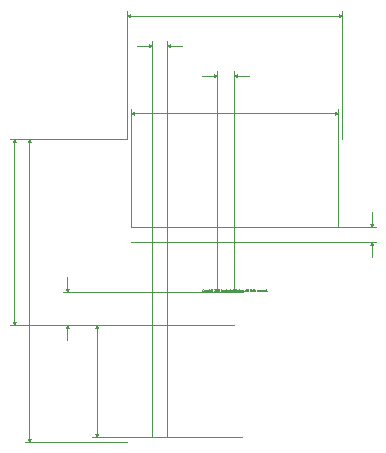
<source format=gbr>
%TF.GenerationSoftware,KiCad,Pcbnew,(6.0.9)*%
%TF.CreationDate,2023-01-23T17:19:02-06:00*%
%TF.ProjectId,pulse_ox_wearable,70756c73-655f-46f7-985f-776561726162,1*%
%TF.SameCoordinates,Original*%
%TF.FileFunction,Other,Comment*%
%FSLAX46Y46*%
G04 Gerber Fmt 4.6, Leading zero omitted, Abs format (unit mm)*
G04 Created by KiCad (PCBNEW (6.0.9)) date 2023-01-23 17:19:02*
%MOMM*%
%LPD*%
G01*
G04 APERTURE LIST*
%ADD10C,0.002000*%
%ADD11C,0.100000*%
G04 APERTURE END LIST*
D10*
%TO.C,U1*%
X93265567Y-39755764D02*
X93259520Y-39761811D01*
X93241377Y-39767859D01*
X93229281Y-39767859D01*
X93211139Y-39761811D01*
X93199043Y-39749716D01*
X93192996Y-39737621D01*
X93186948Y-39713430D01*
X93186948Y-39695287D01*
X93192996Y-39671097D01*
X93199043Y-39659002D01*
X93211139Y-39646907D01*
X93229281Y-39640859D01*
X93241377Y-39640859D01*
X93259520Y-39646907D01*
X93265567Y-39652954D01*
X93338139Y-39767859D02*
X93326043Y-39761811D01*
X93319996Y-39755764D01*
X93313948Y-39743668D01*
X93313948Y-39707383D01*
X93319996Y-39695287D01*
X93326043Y-39689240D01*
X93338139Y-39683192D01*
X93356281Y-39683192D01*
X93368377Y-39689240D01*
X93374424Y-39695287D01*
X93380472Y-39707383D01*
X93380472Y-39743668D01*
X93374424Y-39755764D01*
X93368377Y-39761811D01*
X93356281Y-39767859D01*
X93338139Y-39767859D01*
X93434901Y-39683192D02*
X93434901Y-39810192D01*
X93434901Y-39689240D02*
X93446996Y-39683192D01*
X93471186Y-39683192D01*
X93483281Y-39689240D01*
X93489329Y-39695287D01*
X93495377Y-39707383D01*
X93495377Y-39743668D01*
X93489329Y-39755764D01*
X93483281Y-39761811D01*
X93471186Y-39767859D01*
X93446996Y-39767859D01*
X93434901Y-39761811D01*
X93537710Y-39683192D02*
X93567948Y-39767859D01*
X93598186Y-39683192D02*
X93567948Y-39767859D01*
X93555853Y-39798097D01*
X93549805Y-39804145D01*
X93537710Y-39810192D01*
X93646567Y-39767859D02*
X93646567Y-39683192D01*
X93646567Y-39707383D02*
X93652615Y-39695287D01*
X93658662Y-39689240D01*
X93670758Y-39683192D01*
X93682853Y-39683192D01*
X93725186Y-39767859D02*
X93725186Y-39683192D01*
X93725186Y-39640859D02*
X93719139Y-39646907D01*
X93725186Y-39652954D01*
X93731234Y-39646907D01*
X93725186Y-39640859D01*
X93725186Y-39652954D01*
X93840091Y-39683192D02*
X93840091Y-39786002D01*
X93834043Y-39798097D01*
X93827996Y-39804145D01*
X93815901Y-39810192D01*
X93797758Y-39810192D01*
X93785662Y-39804145D01*
X93840091Y-39761811D02*
X93827996Y-39767859D01*
X93803805Y-39767859D01*
X93791710Y-39761811D01*
X93785662Y-39755764D01*
X93779615Y-39743668D01*
X93779615Y-39707383D01*
X93785662Y-39695287D01*
X93791710Y-39689240D01*
X93803805Y-39683192D01*
X93827996Y-39683192D01*
X93840091Y-39689240D01*
X93900567Y-39767859D02*
X93900567Y-39640859D01*
X93954996Y-39767859D02*
X93954996Y-39701335D01*
X93948948Y-39689240D01*
X93936853Y-39683192D01*
X93918710Y-39683192D01*
X93906615Y-39689240D01*
X93900567Y-39695287D01*
X93997329Y-39683192D02*
X94045710Y-39683192D01*
X94015472Y-39640859D02*
X94015472Y-39749716D01*
X94021520Y-39761811D01*
X94033615Y-39767859D01*
X94045710Y-39767859D01*
X94178758Y-39652954D02*
X94184805Y-39646907D01*
X94196901Y-39640859D01*
X94227139Y-39640859D01*
X94239234Y-39646907D01*
X94245281Y-39652954D01*
X94251329Y-39665049D01*
X94251329Y-39677145D01*
X94245281Y-39695287D01*
X94172710Y-39767859D01*
X94251329Y-39767859D01*
X94329948Y-39640859D02*
X94342043Y-39640859D01*
X94354139Y-39646907D01*
X94360186Y-39652954D01*
X94366234Y-39665049D01*
X94372281Y-39689240D01*
X94372281Y-39719478D01*
X94366234Y-39743668D01*
X94360186Y-39755764D01*
X94354139Y-39761811D01*
X94342043Y-39767859D01*
X94329948Y-39767859D01*
X94317853Y-39761811D01*
X94311805Y-39755764D01*
X94305758Y-39743668D01*
X94299710Y-39719478D01*
X94299710Y-39689240D01*
X94305758Y-39665049D01*
X94311805Y-39652954D01*
X94317853Y-39646907D01*
X94329948Y-39640859D01*
X94420662Y-39652954D02*
X94426710Y-39646907D01*
X94438805Y-39640859D01*
X94469043Y-39640859D01*
X94481139Y-39646907D01*
X94487186Y-39652954D01*
X94493234Y-39665049D01*
X94493234Y-39677145D01*
X94487186Y-39695287D01*
X94414615Y-39767859D01*
X94493234Y-39767859D01*
X94614186Y-39767859D02*
X94541615Y-39767859D01*
X94577901Y-39767859D02*
X94577901Y-39640859D01*
X94565805Y-39659002D01*
X94553710Y-39671097D01*
X94541615Y-39677145D01*
X94759329Y-39731573D02*
X94819805Y-39731573D01*
X94747234Y-39767859D02*
X94789567Y-39640859D01*
X94831901Y-39767859D01*
X94928662Y-39761811D02*
X94916567Y-39767859D01*
X94892377Y-39767859D01*
X94880281Y-39761811D01*
X94874234Y-39755764D01*
X94868186Y-39743668D01*
X94868186Y-39707383D01*
X94874234Y-39695287D01*
X94880281Y-39689240D01*
X94892377Y-39683192D01*
X94916567Y-39683192D01*
X94928662Y-39689240D01*
X95037520Y-39761811D02*
X95025424Y-39767859D01*
X95001234Y-39767859D01*
X94989139Y-39761811D01*
X94983091Y-39755764D01*
X94977043Y-39743668D01*
X94977043Y-39707383D01*
X94983091Y-39695287D01*
X94989139Y-39689240D01*
X95001234Y-39683192D01*
X95025424Y-39683192D01*
X95037520Y-39689240D01*
X95140329Y-39761811D02*
X95128234Y-39767859D01*
X95104043Y-39767859D01*
X95091948Y-39761811D01*
X95085901Y-39749716D01*
X95085901Y-39701335D01*
X95091948Y-39689240D01*
X95104043Y-39683192D01*
X95128234Y-39683192D01*
X95140329Y-39689240D01*
X95146377Y-39701335D01*
X95146377Y-39713430D01*
X95085901Y-39725526D01*
X95218948Y-39767859D02*
X95206853Y-39761811D01*
X95200805Y-39749716D01*
X95200805Y-39640859D01*
X95315710Y-39761811D02*
X95303615Y-39767859D01*
X95279424Y-39767859D01*
X95267329Y-39761811D01*
X95261281Y-39749716D01*
X95261281Y-39701335D01*
X95267329Y-39689240D01*
X95279424Y-39683192D01*
X95303615Y-39683192D01*
X95315710Y-39689240D01*
X95321758Y-39701335D01*
X95321758Y-39713430D01*
X95261281Y-39725526D01*
X95376186Y-39767859D02*
X95376186Y-39683192D01*
X95376186Y-39707383D02*
X95382234Y-39695287D01*
X95388281Y-39689240D01*
X95400377Y-39683192D01*
X95412472Y-39683192D01*
X95509234Y-39767859D02*
X95509234Y-39701335D01*
X95503186Y-39689240D01*
X95491091Y-39683192D01*
X95466901Y-39683192D01*
X95454805Y-39689240D01*
X95509234Y-39761811D02*
X95497139Y-39767859D01*
X95466901Y-39767859D01*
X95454805Y-39761811D01*
X95448758Y-39749716D01*
X95448758Y-39737621D01*
X95454805Y-39725526D01*
X95466901Y-39719478D01*
X95497139Y-39719478D01*
X95509234Y-39713430D01*
X95551567Y-39683192D02*
X95599948Y-39683192D01*
X95569710Y-39640859D02*
X95569710Y-39749716D01*
X95575758Y-39761811D01*
X95587853Y-39767859D01*
X95599948Y-39767859D01*
X95690662Y-39761811D02*
X95678567Y-39767859D01*
X95654377Y-39767859D01*
X95642281Y-39761811D01*
X95636234Y-39749716D01*
X95636234Y-39701335D01*
X95642281Y-39689240D01*
X95654377Y-39683192D01*
X95678567Y-39683192D01*
X95690662Y-39689240D01*
X95696710Y-39701335D01*
X95696710Y-39713430D01*
X95636234Y-39725526D01*
X95805567Y-39767859D02*
X95805567Y-39640859D01*
X95805567Y-39761811D02*
X95793472Y-39767859D01*
X95769281Y-39767859D01*
X95757186Y-39761811D01*
X95751139Y-39755764D01*
X95745091Y-39743668D01*
X95745091Y-39707383D01*
X95751139Y-39695287D01*
X95757186Y-39689240D01*
X95769281Y-39683192D01*
X95793472Y-39683192D01*
X95805567Y-39689240D01*
X95962805Y-39767859D02*
X95962805Y-39640859D01*
X95993043Y-39640859D01*
X96011186Y-39646907D01*
X96023281Y-39659002D01*
X96029329Y-39671097D01*
X96035377Y-39695287D01*
X96035377Y-39713430D01*
X96029329Y-39737621D01*
X96023281Y-39749716D01*
X96011186Y-39761811D01*
X95993043Y-39767859D01*
X95962805Y-39767859D01*
X96138186Y-39761811D02*
X96126091Y-39767859D01*
X96101901Y-39767859D01*
X96089805Y-39761811D01*
X96083758Y-39749716D01*
X96083758Y-39701335D01*
X96089805Y-39689240D01*
X96101901Y-39683192D01*
X96126091Y-39683192D01*
X96138186Y-39689240D01*
X96144234Y-39701335D01*
X96144234Y-39713430D01*
X96083758Y-39725526D01*
X96192615Y-39761811D02*
X96204710Y-39767859D01*
X96228901Y-39767859D01*
X96240996Y-39761811D01*
X96247043Y-39749716D01*
X96247043Y-39743668D01*
X96240996Y-39731573D01*
X96228901Y-39725526D01*
X96210758Y-39725526D01*
X96198662Y-39719478D01*
X96192615Y-39707383D01*
X96192615Y-39701335D01*
X96198662Y-39689240D01*
X96210758Y-39683192D01*
X96228901Y-39683192D01*
X96240996Y-39689240D01*
X96301472Y-39767859D02*
X96301472Y-39683192D01*
X96301472Y-39640859D02*
X96295424Y-39646907D01*
X96301472Y-39652954D01*
X96307520Y-39646907D01*
X96301472Y-39640859D01*
X96301472Y-39652954D01*
X96416377Y-39683192D02*
X96416377Y-39786002D01*
X96410329Y-39798097D01*
X96404281Y-39804145D01*
X96392186Y-39810192D01*
X96374043Y-39810192D01*
X96361948Y-39804145D01*
X96416377Y-39761811D02*
X96404281Y-39767859D01*
X96380091Y-39767859D01*
X96367996Y-39761811D01*
X96361948Y-39755764D01*
X96355901Y-39743668D01*
X96355901Y-39707383D01*
X96361948Y-39695287D01*
X96367996Y-39689240D01*
X96380091Y-39683192D01*
X96404281Y-39683192D01*
X96416377Y-39689240D01*
X96476853Y-39683192D02*
X96476853Y-39767859D01*
X96476853Y-39695287D02*
X96482901Y-39689240D01*
X96494996Y-39683192D01*
X96513139Y-39683192D01*
X96525234Y-39689240D01*
X96531281Y-39701335D01*
X96531281Y-39767859D01*
X96585710Y-39761811D02*
X96597805Y-39767859D01*
X96621996Y-39767859D01*
X96634091Y-39761811D01*
X96640139Y-39749716D01*
X96640139Y-39743668D01*
X96634091Y-39731573D01*
X96621996Y-39725526D01*
X96603853Y-39725526D01*
X96591758Y-39719478D01*
X96585710Y-39707383D01*
X96585710Y-39701335D01*
X96591758Y-39689240D01*
X96603853Y-39683192D01*
X96621996Y-39683192D01*
X96634091Y-39689240D01*
X96694567Y-39755764D02*
X96700615Y-39761811D01*
X96694567Y-39767859D01*
X96688520Y-39761811D01*
X96694567Y-39755764D01*
X96694567Y-39767859D01*
X96845758Y-39731573D02*
X96906234Y-39731573D01*
X96833662Y-39767859D02*
X96875996Y-39640859D01*
X96918329Y-39767859D01*
X96978805Y-39767859D02*
X96966710Y-39761811D01*
X96960662Y-39749716D01*
X96960662Y-39640859D01*
X97045329Y-39767859D02*
X97033234Y-39761811D01*
X97027186Y-39749716D01*
X97027186Y-39640859D01*
X97190472Y-39767859D02*
X97190472Y-39683192D01*
X97190472Y-39707383D02*
X97196520Y-39695287D01*
X97202567Y-39689240D01*
X97214662Y-39683192D01*
X97226758Y-39683192D01*
X97269091Y-39767859D02*
X97269091Y-39683192D01*
X97269091Y-39640859D02*
X97263043Y-39646907D01*
X97269091Y-39652954D01*
X97275139Y-39646907D01*
X97269091Y-39640859D01*
X97269091Y-39652954D01*
X97383996Y-39683192D02*
X97383996Y-39786002D01*
X97377948Y-39798097D01*
X97371901Y-39804145D01*
X97359805Y-39810192D01*
X97341662Y-39810192D01*
X97329567Y-39804145D01*
X97383996Y-39761811D02*
X97371901Y-39767859D01*
X97347710Y-39767859D01*
X97335615Y-39761811D01*
X97329567Y-39755764D01*
X97323520Y-39743668D01*
X97323520Y-39707383D01*
X97329567Y-39695287D01*
X97335615Y-39689240D01*
X97347710Y-39683192D01*
X97371901Y-39683192D01*
X97383996Y-39689240D01*
X97444472Y-39767859D02*
X97444472Y-39640859D01*
X97498901Y-39767859D02*
X97498901Y-39701335D01*
X97492853Y-39689240D01*
X97480758Y-39683192D01*
X97462615Y-39683192D01*
X97450520Y-39689240D01*
X97444472Y-39695287D01*
X97541234Y-39683192D02*
X97589615Y-39683192D01*
X97559377Y-39640859D02*
X97559377Y-39749716D01*
X97565424Y-39761811D01*
X97577520Y-39767859D01*
X97589615Y-39767859D01*
X97625901Y-39761811D02*
X97637996Y-39767859D01*
X97662186Y-39767859D01*
X97674281Y-39761811D01*
X97680329Y-39749716D01*
X97680329Y-39743668D01*
X97674281Y-39731573D01*
X97662186Y-39725526D01*
X97644043Y-39725526D01*
X97631948Y-39719478D01*
X97625901Y-39707383D01*
X97625901Y-39701335D01*
X97631948Y-39689240D01*
X97644043Y-39683192D01*
X97662186Y-39683192D01*
X97674281Y-39689240D01*
X97831520Y-39767859D02*
X97831520Y-39683192D01*
X97831520Y-39707383D02*
X97837567Y-39695287D01*
X97843615Y-39689240D01*
X97855710Y-39683192D01*
X97867805Y-39683192D01*
X97958520Y-39761811D02*
X97946424Y-39767859D01*
X97922234Y-39767859D01*
X97910139Y-39761811D01*
X97904091Y-39749716D01*
X97904091Y-39701335D01*
X97910139Y-39689240D01*
X97922234Y-39683192D01*
X97946424Y-39683192D01*
X97958520Y-39689240D01*
X97964567Y-39701335D01*
X97964567Y-39713430D01*
X97904091Y-39725526D01*
X98012948Y-39761811D02*
X98025043Y-39767859D01*
X98049234Y-39767859D01*
X98061329Y-39761811D01*
X98067377Y-39749716D01*
X98067377Y-39743668D01*
X98061329Y-39731573D01*
X98049234Y-39725526D01*
X98031091Y-39725526D01*
X98018996Y-39719478D01*
X98012948Y-39707383D01*
X98012948Y-39701335D01*
X98018996Y-39689240D01*
X98031091Y-39683192D01*
X98049234Y-39683192D01*
X98061329Y-39689240D01*
X98170186Y-39761811D02*
X98158091Y-39767859D01*
X98133901Y-39767859D01*
X98121805Y-39761811D01*
X98115758Y-39749716D01*
X98115758Y-39701335D01*
X98121805Y-39689240D01*
X98133901Y-39683192D01*
X98158091Y-39683192D01*
X98170186Y-39689240D01*
X98176234Y-39701335D01*
X98176234Y-39713430D01*
X98115758Y-39725526D01*
X98230662Y-39767859D02*
X98230662Y-39683192D01*
X98230662Y-39707383D02*
X98236710Y-39695287D01*
X98242758Y-39689240D01*
X98254853Y-39683192D01*
X98266948Y-39683192D01*
X98297186Y-39683192D02*
X98327424Y-39767859D01*
X98357662Y-39683192D01*
X98454424Y-39761811D02*
X98442329Y-39767859D01*
X98418139Y-39767859D01*
X98406043Y-39761811D01*
X98399996Y-39749716D01*
X98399996Y-39701335D01*
X98406043Y-39689240D01*
X98418139Y-39683192D01*
X98442329Y-39683192D01*
X98454424Y-39689240D01*
X98460472Y-39701335D01*
X98460472Y-39713430D01*
X98399996Y-39725526D01*
X98569329Y-39767859D02*
X98569329Y-39640859D01*
X98569329Y-39761811D02*
X98557234Y-39767859D01*
X98533043Y-39767859D01*
X98520948Y-39761811D01*
X98514901Y-39755764D01*
X98508853Y-39743668D01*
X98508853Y-39707383D01*
X98514901Y-39695287D01*
X98520948Y-39689240D01*
X98533043Y-39683192D01*
X98557234Y-39683192D01*
X98569329Y-39689240D01*
X98629805Y-39755764D02*
X98635853Y-39761811D01*
X98629805Y-39767859D01*
X98623758Y-39761811D01*
X98629805Y-39755764D01*
X98629805Y-39767859D01*
D11*
X87084901Y-16342407D02*
X87084901Y-16596407D01*
X86830901Y-26883407D02*
X76887100Y-26883407D01*
X77141100Y-42374359D02*
X77395100Y-42374359D01*
X77141100Y-27137407D02*
X77395100Y-27137407D01*
X86830901Y-52537407D02*
X78157100Y-52537407D01*
X87161401Y-34373359D02*
X107912901Y-34373359D01*
X104991901Y-16469407D02*
X104737901Y-16342407D01*
X107531901Y-35643359D02*
X107658901Y-35897359D01*
X104991901Y-26883407D02*
X104991901Y-16088407D01*
X95911401Y-42628359D02*
X83872101Y-42628359D01*
X94157401Y-21422407D02*
X94157401Y-21676407D01*
X77268100Y-42628359D02*
X77141100Y-42374359D01*
X78538100Y-52537407D02*
X78665100Y-52283407D01*
X94411401Y-21549407D02*
X94157401Y-21422407D01*
X84126101Y-51879293D02*
X84380101Y-51879293D01*
X84253101Y-42628359D02*
X84253101Y-52133293D01*
X90196401Y-19009407D02*
X90450401Y-18882407D01*
X87161401Y-24724407D02*
X87415401Y-24851407D01*
X78538100Y-26883407D02*
X78411100Y-27137407D01*
X96661401Y-39877285D02*
X81369901Y-39877285D01*
X107404901Y-34119359D02*
X107658901Y-34119359D01*
X90196401Y-52133293D02*
X90196401Y-18628407D01*
X81750901Y-39877285D02*
X81877901Y-39623285D01*
X107531901Y-35643359D02*
X107404901Y-35897359D01*
X77268100Y-42628359D02*
X77395100Y-42374359D01*
X90196401Y-19009407D02*
X91466401Y-19009407D01*
X86830901Y-16469407D02*
X87084901Y-16596407D01*
X81623901Y-42882359D02*
X81877901Y-42882359D01*
X84253101Y-52133293D02*
X84126101Y-51879293D01*
X78411100Y-27137407D02*
X78665100Y-27137407D01*
X84253101Y-42628359D02*
X84126101Y-42882359D01*
X104661401Y-24724407D02*
X104407401Y-24597407D01*
X87161401Y-35643359D02*
X107912901Y-35643359D01*
X84253101Y-52133293D02*
X84380101Y-51879293D01*
X78411100Y-52283407D02*
X78665100Y-52283407D01*
X81750901Y-42628359D02*
X81877901Y-42882359D01*
X94411401Y-39877285D02*
X94411401Y-21168407D01*
X96546401Y-52133293D02*
X83872101Y-52133293D01*
X78538100Y-26883407D02*
X78665100Y-27137407D01*
X77268100Y-26883407D02*
X77141100Y-27137407D01*
X86830901Y-26883407D02*
X86830901Y-16088407D01*
X95911401Y-21549407D02*
X96165401Y-21422407D01*
X84253101Y-42628359D02*
X84380101Y-42882359D01*
X107404901Y-35897359D02*
X107658901Y-35897359D01*
X107531901Y-34373359D02*
X107531901Y-33103359D01*
X87161401Y-24724407D02*
X104661401Y-24724407D01*
X87161401Y-34373359D02*
X87161401Y-24343407D01*
X107531901Y-35643359D02*
X107531901Y-36913359D01*
X88926401Y-19009407D02*
X88672401Y-18882407D01*
X104737901Y-16342407D02*
X104737901Y-16596407D01*
X104407401Y-24597407D02*
X104407401Y-24851407D01*
X96165401Y-21422407D02*
X96165401Y-21676407D01*
X88926401Y-52133293D02*
X88926401Y-18628407D01*
X95911401Y-42628359D02*
X81369901Y-42628359D01*
X81750901Y-39877285D02*
X81623901Y-39623285D01*
X88926401Y-19009407D02*
X87656401Y-19009407D01*
X86830901Y-16469407D02*
X87084901Y-16342407D01*
X90450401Y-18882407D02*
X90450401Y-19136407D01*
X90196401Y-19009407D02*
X90450401Y-19136407D01*
X94411401Y-21549407D02*
X94157401Y-21676407D01*
X81750901Y-42628359D02*
X81750901Y-43898359D01*
X104991901Y-16469407D02*
X104737901Y-16596407D01*
X95911401Y-42628359D02*
X76887100Y-42628359D01*
X88672401Y-18882407D02*
X88672401Y-19136407D01*
X77268100Y-26883407D02*
X77268100Y-42628359D01*
X78538100Y-26883407D02*
X78538100Y-52537407D01*
X84126101Y-42882359D02*
X84380101Y-42882359D01*
X107531901Y-34373359D02*
X107658901Y-34119359D01*
X77268100Y-26883407D02*
X77395100Y-27137407D01*
X107531901Y-34373359D02*
X107404901Y-34119359D01*
X86830901Y-26883407D02*
X78157100Y-26883407D01*
X95911401Y-21549407D02*
X96165401Y-21676407D01*
X87415401Y-24597407D02*
X87415401Y-24851407D01*
X88926401Y-19009407D02*
X88672401Y-19136407D01*
X104661401Y-34373359D02*
X104661401Y-24343407D01*
X94411401Y-21549407D02*
X93141401Y-21549407D01*
X78538100Y-52537407D02*
X78411100Y-52283407D01*
X95911401Y-21549407D02*
X97181401Y-21549407D01*
X87161401Y-24724407D02*
X87415401Y-24597407D01*
X81750901Y-39877285D02*
X81750901Y-38607285D01*
X86830901Y-16469407D02*
X104991901Y-16469407D01*
X104661401Y-24724407D02*
X104407401Y-24851407D01*
X81623901Y-39623285D02*
X81877901Y-39623285D01*
X81750901Y-42628359D02*
X81623901Y-42882359D01*
X95911401Y-39877285D02*
X95911401Y-21168407D01*
%TD*%
M02*

</source>
